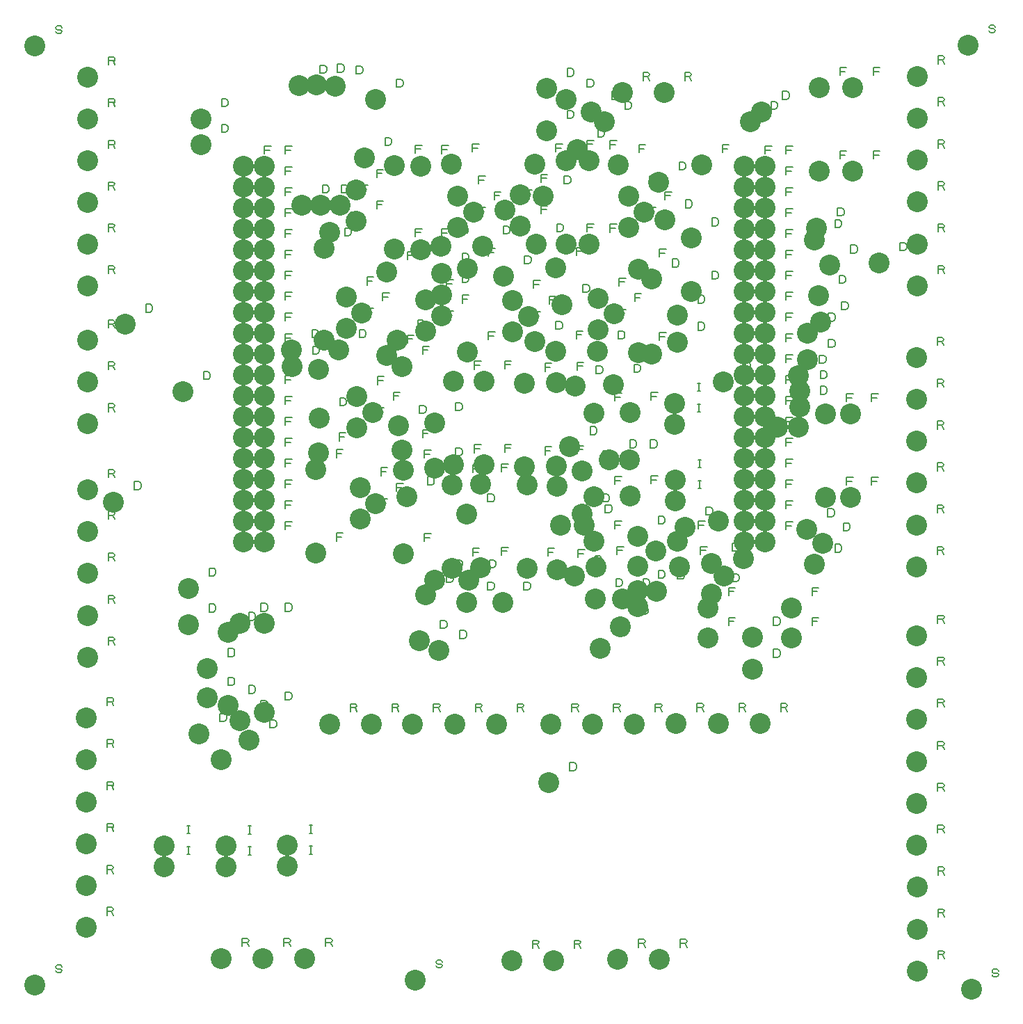
<source format=gbr>
G04 DesignSpark PCB Gerber Version 9.0 Build 5138 *
G04 #@! TF.Part,Single*
G04 #@! TF.FileFunction,Drillmap *
G04 #@! TF.FilePolarity,Positive *
%FSLAX35Y35*%
%MOIN*%
%ADD12C,0.00500*%
G04 #@! TA.AperFunction,ComponentPad*
%ADD18C,0.10000*%
X0Y0D02*
D02*
D12*
X21274Y17361D02*
X21586Y16736D01*
X22211Y16424*
X23461*
X24086Y16736*
X24399Y17361*
X24086Y17986*
X23461Y18299*
X22211*
X21586Y18611*
X21274Y19236*
X21586Y19861*
X22211Y20174*
X23461*
X24086Y19861*
X24399Y19236*
X21274Y467361D02*
X21586Y466736D01*
X22211Y466424*
X23461*
X24086Y466736*
X24399Y467361*
X24086Y467986*
X23461Y468299*
X22211*
X21586Y468611*
X21274Y469236*
X21586Y469861*
X22211Y470174*
X23461*
X24086Y469861*
X24399Y469236*
X45880Y43983D02*
Y47733D01*
X48067*
X48693Y47420*
X49005Y46795*
X48693Y46170*
X48067Y45858*
X45880*
X48067D02*
X49005Y43983D01*
X45880Y63983D02*
Y67733D01*
X48067*
X48693Y67420*
X49005Y66795*
X48693Y66170*
X48067Y65858*
X45880*
X48067D02*
X49005Y63983D01*
X45959Y84140D02*
Y87890D01*
X48146*
X48771Y87578*
X49084Y86953*
X48771Y86328*
X48146Y86015*
X45959*
X48146D02*
X49084Y84140D01*
X45959Y104140D02*
Y107890D01*
X48146*
X48771Y107578*
X49084Y106953*
X48771Y106328*
X48146Y106015*
X45959*
X48146D02*
X49084Y104140D01*
X45959Y124416D02*
Y128166D01*
X48146*
X48771Y127854*
X49084Y127228*
X48771Y126604*
X48146Y126291*
X45959*
X48146D02*
X49084Y124416D01*
X45959Y144416D02*
Y148166D01*
X48146*
X48771Y147854*
X49084Y147228*
X48771Y146604*
X48146Y146291*
X45959*
X48146D02*
X49084Y144416D01*
X46510Y213668D02*
Y217418D01*
X48697*
X49322Y217106*
X49635Y216480*
X49322Y215856*
X48697Y215543*
X46510*
X48697D02*
X49635Y213668D01*
X46510Y233746D02*
Y237496D01*
X48697*
X49322Y237184*
X49635Y236559*
X49322Y235934*
X48697Y235622*
X46510*
X48697D02*
X49635Y233746D01*
X46510Y253746D02*
Y257496D01*
X48697*
X49322Y257184*
X49635Y256559*
X49322Y255934*
X48697Y255622*
X46510*
X48697D02*
X49635Y253746D01*
X46510Y285321D02*
Y289071D01*
X48697*
X49322Y288759*
X49635Y288134*
X49322Y287509*
X48697Y287196*
X46510*
X48697D02*
X49635Y285321D01*
X46510Y305400D02*
Y309150D01*
X48697*
X49322Y308838*
X49635Y308213*
X49322Y307588*
X48697Y307275*
X46510*
X48697D02*
X49635Y305400D01*
X46510Y325400D02*
Y329150D01*
X48697*
X49322Y328838*
X49635Y328213*
X49322Y327588*
X48697Y327275*
X46510*
X48697D02*
X49635Y325400D01*
X46549Y173510D02*
Y177260D01*
X48737*
X49362Y176948*
X49674Y176323*
X49362Y175698*
X48737Y175385*
X46549*
X48737D02*
X49674Y173510D01*
X46549Y193510D02*
Y197260D01*
X48737*
X49362Y196948*
X49674Y196323*
X49362Y195698*
X48737Y195385*
X46549*
X48737D02*
X49674Y193510D01*
X46549Y351463D02*
Y355213D01*
X48737*
X49362Y354901*
X49674Y354276*
X49362Y353651*
X48737Y353338*
X46549*
X48737D02*
X49674Y351463D01*
X46549Y371542D02*
Y375292D01*
X48737*
X49362Y374980*
X49674Y374354*
X49362Y373730*
X48737Y373417*
X46549*
X48737D02*
X49674Y371542D01*
X46549Y391542D02*
Y395292D01*
X48737*
X49362Y394980*
X49674Y394354*
X49362Y393730*
X48737Y393417*
X46549*
X48737D02*
X49674Y391542D01*
X46628Y411384D02*
Y415134D01*
X48815*
X49441Y414822*
X49753Y414197*
X49441Y413572*
X48815Y413259*
X46628*
X48815D02*
X49753Y411384D01*
X46628Y431463D02*
Y435213D01*
X48815*
X49441Y434901*
X49753Y434276*
X49441Y433651*
X48815Y433338*
X46628*
X48815D02*
X49753Y431463D01*
X46628Y451463D02*
Y455213D01*
X48815*
X49441Y454901*
X49753Y454276*
X49441Y453651*
X48815Y453338*
X46628*
X48815D02*
X49753Y451463D01*
X59069Y247920D02*
Y251670D01*
X60944*
X61569Y251357*
X61881Y251045*
X62194Y250420*
Y249170*
X61881Y248545*
X61569Y248232*
X60944Y247920*
X59069*
X64581Y332959D02*
Y336709D01*
X66456*
X67081Y336397*
X67393Y336084*
X67706Y335459*
Y334209*
X67393Y333584*
X67081Y333272*
X66456Y332959*
X64581*
X84219Y73077D02*
X85469D01*
X84844D02*
Y76827D01*
X84219D02*
X85469D01*
X84219Y83077D02*
X85469D01*
X84844D02*
Y86827D01*
X84219D02*
X85469D01*
X92140Y300676D02*
Y304426D01*
X94015*
X94640Y304113*
X94952Y303801*
X95265Y303176*
Y301926*
X94952Y301301*
X94640Y300988*
X94015Y300676*
X92140*
X94896Y189258D02*
Y193008D01*
X96771*
X97396Y192696*
X97708Y192383*
X98021Y191758*
Y190508*
X97708Y189883*
X97396Y189571*
X96771Y189258*
X94896*
Y206581D02*
Y210331D01*
X96771*
X97396Y210019*
X97708Y209706*
X98021Y209081*
Y207831*
X97708Y207206*
X97396Y206894*
X96771Y206581*
X94896*
X100014Y136896D02*
Y140646D01*
X101889*
X102514Y140334*
X102826Y140021*
X103139Y139396*
Y138146*
X102826Y137521*
X102514Y137209*
X101889Y136896*
X100014*
X100801Y419180D02*
Y422930D01*
X102676*
X103301Y422617*
X103614Y422305*
X103926Y421680*
Y420430*
X103614Y419805*
X103301Y419492*
X102676Y419180*
X100801*
Y431384D02*
Y435134D01*
X102676*
X103301Y434822*
X103614Y434509*
X103926Y433884*
Y432634*
X103614Y432009*
X103301Y431697*
X102676Y431384*
X100801*
X103951Y154219D02*
Y157969D01*
X105826*
X106451Y157657*
X106763Y157344*
X107076Y156719*
Y155469*
X106763Y154844*
X106451Y154531*
X105826Y154219*
X103951*
Y167998D02*
Y171748D01*
X105826*
X106451Y171436*
X106763Y171124*
X107076Y170498*
Y169248*
X106763Y168624*
X106451Y168311*
X105826Y167998*
X103951*
X110644Y29022D02*
Y32772D01*
X112831*
X113456Y32460*
X113769Y31835*
X113456Y31210*
X112831Y30897*
X110644*
X112831D02*
X113769Y29022D01*
X110644Y124416D02*
Y128166D01*
X112519*
X113144Y127854*
X113456Y127541*
X113769Y126916*
Y125666*
X113456Y125041*
X113144Y124728*
X112519Y124416*
X110644*
X113746Y72998D02*
X114996D01*
X114372D02*
Y76748D01*
X113746D02*
X114996D01*
X113746Y82998D02*
X114996D01*
X114372D02*
Y86748D01*
X113746D02*
X114996D01*
X113793Y150282D02*
Y154032D01*
X115669*
X116293Y153720*
X116606Y153407*
X116919Y152782*
Y151532*
X116606Y150907*
X116293Y150594*
X115669Y150282*
X113793*
Y185321D02*
Y189071D01*
X115669*
X116293Y188759*
X116606Y188446*
X116919Y187821*
Y186571*
X116606Y185946*
X116293Y185634*
X115669Y185321*
X113793*
X119699Y143195D02*
Y146945D01*
X121574*
X122199Y146633*
X122511Y146320*
X122824Y145695*
Y144445*
X122511Y143820*
X122199Y143508*
X121574Y143195*
X119699*
Y189652D02*
Y193402D01*
X121574*
X122199Y193090*
X122511Y192777*
X122824Y192152*
Y190902*
X122511Y190277*
X122199Y189965*
X121574Y189652*
X119699*
X121392Y228786D02*
Y232536D01*
X124517*
X123892Y230661D02*
X121392D01*
Y238786D02*
Y242536D01*
X124517*
X123892Y240661D02*
X121392D01*
Y248786D02*
Y252536D01*
X124517*
X123892Y250661D02*
X121392D01*
Y258786D02*
Y262536D01*
X124517*
X123892Y260661D02*
X121392D01*
Y268786D02*
Y272536D01*
X124517*
X123892Y270661D02*
X121392D01*
Y278786D02*
Y282536D01*
X124517*
X123892Y280661D02*
X121392D01*
Y288786D02*
Y292536D01*
X124517*
X123892Y290661D02*
X121392D01*
Y298786D02*
Y302536D01*
X124517*
X123892Y300661D02*
X121392D01*
Y308786D02*
Y312536D01*
X124517*
X123892Y310661D02*
X121392D01*
Y318786D02*
Y322536D01*
X124517*
X123892Y320661D02*
X121392D01*
Y328786D02*
Y332536D01*
X124517*
X123892Y330661D02*
X121392D01*
Y338786D02*
Y342536D01*
X124517*
X123892Y340661D02*
X121392D01*
Y348786D02*
Y352536D01*
X124517*
X123892Y350661D02*
X121392D01*
Y358786D02*
Y362536D01*
X124517*
X123892Y360661D02*
X121392D01*
Y368786D02*
Y372536D01*
X124517*
X123892Y370661D02*
X121392D01*
Y378786D02*
Y382536D01*
X124517*
X123892Y380661D02*
X121392D01*
Y388786D02*
Y392536D01*
X124517*
X123892Y390661D02*
X121392D01*
Y398786D02*
Y402536D01*
X124517*
X123892Y400661D02*
X121392D01*
Y408786D02*
Y412536D01*
X124517*
X123892Y410661D02*
X121392D01*
X124030Y133746D02*
Y137496D01*
X125905*
X126530Y137184*
X126842Y136872*
X127155Y136246*
Y134996*
X126842Y134372*
X126530Y134059*
X125905Y133746*
X124030*
X130722Y29022D02*
Y32772D01*
X132910*
X133535Y32460*
X133848Y31835*
X133535Y31210*
X132910Y30897*
X130722*
X132910D02*
X133848Y29022D01*
X131392Y147132D02*
Y150882D01*
X133267*
X133892Y150570*
X134204Y150257*
X134517Y149632*
Y148382*
X134204Y147757*
X133892Y147445*
X133267Y147132*
X131392*
Y189652D02*
Y193402D01*
X133267*
X133892Y193090*
X134204Y192777*
X134517Y192152*
Y190902*
X134204Y190277*
X133892Y189965*
X133267Y189652*
X131392*
Y228786D02*
Y232536D01*
X134517*
X133892Y230661D02*
X131392D01*
Y238786D02*
Y242536D01*
X134517*
X133892Y240661D02*
X131392D01*
Y248786D02*
Y252536D01*
X134517*
X133892Y250661D02*
X131392D01*
Y258786D02*
Y262536D01*
X134517*
X133892Y260661D02*
X131392D01*
Y268786D02*
Y272536D01*
X134517*
X133892Y270661D02*
X131392D01*
Y278786D02*
Y282536D01*
X134517*
X133892Y280661D02*
X131392D01*
Y288786D02*
Y292536D01*
X134517*
X133892Y290661D02*
X131392D01*
Y298786D02*
Y302536D01*
X134517*
X133892Y300661D02*
X131392D01*
Y308786D02*
Y312536D01*
X134517*
X133892Y310661D02*
X131392D01*
Y318786D02*
Y322536D01*
X134517*
X133892Y320661D02*
X131392D01*
Y328786D02*
Y332536D01*
X134517*
X133892Y330661D02*
X131392D01*
Y338786D02*
Y342536D01*
X134517*
X133892Y340661D02*
X131392D01*
Y348786D02*
Y352536D01*
X134517*
X133892Y350661D02*
X131392D01*
Y358786D02*
Y362536D01*
X134517*
X133892Y360661D02*
X131392D01*
Y368786D02*
Y372536D01*
X134517*
X133892Y370661D02*
X131392D01*
Y378786D02*
Y382536D01*
X134517*
X133892Y380661D02*
X131392D01*
Y388786D02*
Y392536D01*
X134517*
X133892Y390661D02*
X131392D01*
Y398786D02*
Y402536D01*
X134517*
X133892Y400661D02*
X131392D01*
Y408786D02*
Y412536D01*
X134517*
X133892Y410661D02*
X131392D01*
X143077Y73313D02*
X144327D01*
X143702D02*
Y77063D01*
X143077D02*
X144327D01*
X143077Y83313D02*
X144327D01*
X143702D02*
Y87063D01*
X143077D02*
X144327D01*
X144108Y320754D02*
Y324504D01*
X145983*
X146608Y324192*
X146921Y323880*
X147233Y323254*
Y322004*
X146921Y321380*
X146608Y321067*
X145983Y320754*
X144108*
X144502Y312880D02*
Y316630D01*
X146377*
X147002Y316318*
X147315Y316006*
X147627Y315380*
Y314130*
X147315Y313506*
X147002Y313193*
X146377Y312880*
X144502*
X148045Y447526D02*
Y451276D01*
X149920*
X150545Y450964*
X150858Y450651*
X151170Y450026*
Y448776*
X150858Y448151*
X150545Y447839*
X149920Y447526*
X148045*
X149226Y390046D02*
Y393796D01*
X151102*
X151726Y393483*
X152039Y393171*
X152352Y392546*
Y391296*
X152039Y390671*
X151726Y390358*
X151102Y390046*
X149226*
X150722Y29022D02*
Y32772D01*
X152910*
X153535Y32460*
X153848Y31835*
X153535Y31210*
X152910Y30897*
X150722*
X152910D02*
X153848Y29022D01*
X155919Y223274D02*
Y227024D01*
X159044*
X158419Y225149D02*
X155919D01*
Y263274D02*
Y267024D01*
X159044*
X158419Y265149D02*
X155919D01*
X156313Y447920D02*
Y451670D01*
X158188*
X158813Y451357*
X159126Y451045*
X159438Y450420*
Y449170*
X159126Y448545*
X158813Y448232*
X158188Y447920*
X156313*
X157100Y271306D02*
Y275056D01*
X160226*
X159600Y273181D02*
X157100D01*
Y311306D02*
Y315056D01*
X160226*
X159600Y313181D02*
X157100D01*
X157494Y288077D02*
Y291827D01*
X159369*
X159994Y291515*
X160307Y291202*
X160619Y290577*
Y289327*
X160307Y288702*
X159994Y288390*
X159369Y288077*
X157494*
X158281Y390046D02*
Y393796D01*
X160157*
X160781Y393483*
X161094Y393171*
X161407Y392546*
Y391296*
X161094Y390671*
X160781Y390358*
X160157Y390046*
X158281*
X159856Y325479D02*
Y329229D01*
X161731*
X162356Y328917*
X162669Y328604*
X162981Y327979*
Y326729*
X162669Y326104*
X162356Y325791*
X161731Y325479*
X159856*
Y369573D02*
Y373323D01*
X161731*
X162356Y373011*
X162669Y372698*
X162981Y372073*
Y370823*
X162669Y370198*
X162356Y369886*
X161731Y369573*
X159856*
X162573Y141502D02*
Y145252D01*
X164760*
X165385Y144940*
X165698Y144315*
X165385Y143690*
X164760Y143378*
X162573*
X164760D02*
X165698Y141502D01*
X162612Y377054D02*
Y380804D01*
X164487*
X165112Y380491*
X165425Y380179*
X165737Y379554*
Y378304*
X165425Y377679*
X165112Y377366*
X164487Y377054*
X162612*
X165368Y447132D02*
Y450882D01*
X167243*
X167868Y450570*
X168181Y450257*
X168493Y449632*
Y448382*
X168181Y447757*
X167868Y447445*
X167243Y447132*
X165368*
X166943Y320754D02*
Y324504D01*
X168818*
X169443Y324192*
X169756Y323880*
X170068Y323254*
Y322004*
X169756Y321380*
X169443Y321067*
X168818Y320754*
X166943*
X167711Y390065D02*
Y393815D01*
X170836*
X170211Y391941D02*
X167711D01*
X170486Y330951D02*
Y334701D01*
X173611*
X172986Y332826D02*
X170486D01*
Y345951D02*
Y349701D01*
X173611*
X172986Y347826D02*
X170486D01*
X175211Y382565D02*
Y386315D01*
X178336*
X177711Y384441D02*
X175211D01*
Y397565D02*
Y401315D01*
X178336*
X177711Y399441D02*
X175211D01*
X175604Y283313D02*
Y287063D01*
X178730*
X178104Y285189D02*
X175604D01*
Y298313D02*
Y302063D01*
X178730*
X178104Y300189D02*
X175604D01*
X177179Y239613D02*
Y243363D01*
X180304*
X179679Y241488D02*
X177179D01*
Y254613D02*
Y258363D01*
X180304*
X179679Y256488D02*
X177179D01*
X177986Y338451D02*
Y342201D01*
X181111*
X180486Y340326D02*
X177986D01*
X179148Y412880D02*
Y416630D01*
X181023*
X181648Y416318*
X181960Y416006*
X182273Y415380*
Y414130*
X181960Y413506*
X181648Y413193*
X181023Y412880*
X179148*
X182573Y141502D02*
Y145252D01*
X184760*
X185385Y144940*
X185698Y144315*
X185385Y143690*
X184760Y143378*
X182573*
X184760D02*
X185698Y141502D01*
X183104Y290813D02*
Y294563D01*
X186230*
X185604Y292689D02*
X183104D01*
X184659Y440833D02*
Y444583D01*
X186535*
X187159Y444271*
X187472Y443958*
X187785Y443333*
Y442083*
X187472Y441458*
X187159Y441146*
X186535Y440833*
X184659*
X184679Y247113D02*
Y250863D01*
X187804*
X187179Y248988D02*
X184679D01*
X189778Y318156D02*
Y321906D01*
X192903*
X192278Y320031D02*
X189778D01*
Y358156D02*
Y361906D01*
X192903*
X192278Y360031D02*
X189778D01*
X193715Y369180D02*
Y372930D01*
X196840*
X196215Y371055D02*
X193715D01*
Y409180D02*
Y412930D01*
X196840*
X196215Y411055D02*
X193715D01*
X194896Y325479D02*
Y329229D01*
X196771*
X197396Y328917*
X197708Y328604*
X198021Y327979*
Y326729*
X197708Y326104*
X197396Y325791*
X196771Y325479*
X194896*
X195683Y284534D02*
Y288284D01*
X197558*
X198183Y287972*
X198496Y287659*
X198808Y287034*
Y285784*
X198496Y285159*
X198183Y284846*
X197558Y284534*
X195683*
X197258Y272880D02*
Y276630D01*
X200383*
X199758Y274756D02*
X197258D01*
Y312880D02*
Y316630D01*
X200383*
X199758Y314756D02*
X197258D01*
X198045Y223117D02*
Y226867D01*
X201170*
X200545Y224992D02*
X198045D01*
Y263117D02*
Y266867D01*
X201170*
X200545Y264992D02*
X198045D01*
X199620Y250282D02*
Y254032D01*
X201495*
X202120Y253720*
X202433Y253407*
X202745Y252782*
Y251532*
X202433Y250907*
X202120Y250594*
X201495Y250282*
X199620*
X202376Y141581D02*
Y145331D01*
X204563*
X205189Y145019*
X205501Y144394*
X205189Y143769*
X204563Y143456*
X202376*
X204563D02*
X205501Y141581D01*
X203557Y19724D02*
X203870Y19098D01*
X204494Y18786*
X205744*
X206370Y19098*
X206682Y19724*
X206370Y20348*
X205744Y20661*
X204494*
X203870Y20974*
X203557Y21598*
X203870Y22224*
X204494Y22536*
X205744*
X206370Y22224*
X206682Y21598*
X205644Y181384D02*
Y185134D01*
X207519*
X208144Y184822*
X208456Y184509*
X208769Y183884*
Y182634*
X208456Y182009*
X208144Y181697*
X207519Y181384*
X205644*
X206313Y368924D02*
Y372674D01*
X209438*
X208813Y370799D02*
X206313D01*
Y408924D02*
Y412674D01*
X209438*
X208813Y410799D02*
X206313D01*
X208675Y203431D02*
Y207181D01*
X210550*
X211175Y206869*
X211488Y206557*
X211800Y205931*
Y204681*
X211488Y204057*
X211175Y203744*
X210550Y203431*
X208675*
Y329770D02*
Y333520D01*
X211800*
X211175Y331645D02*
X208675D01*
Y344770D02*
Y348520D01*
X211800*
X211175Y346645D02*
X208675D01*
X213006Y210518D02*
Y214268D01*
X214881*
X215506Y213956*
X215819Y213643*
X216131Y213018*
Y211768*
X215819Y211143*
X215506Y210831*
X214881Y210518*
X213006*
Y264061D02*
Y267811D01*
X214881*
X215506Y267499*
X215819Y267187*
X216131Y266561*
Y265311*
X215819Y264687*
X215506Y264374*
X214881Y264061*
X213006*
Y285715D02*
Y289465D01*
X214881*
X215506Y289153*
X215819Y288840*
X216131Y288215*
Y286965*
X215819Y286340*
X215506Y286028*
X214881Y285715*
X213006*
X214974Y176660D02*
Y180410D01*
X216850*
X217474Y180098*
X217787Y179785*
X218100Y179160*
Y177910*
X217787Y177285*
X217474Y176972*
X216850Y176660*
X214974*
X215762Y370361D02*
Y374111D01*
X217637*
X218262Y373798*
X218574Y373486*
X218887Y372861*
Y371611*
X218574Y370986*
X218262Y370673*
X217637Y370361*
X215762*
X216156Y347132D02*
Y350882D01*
X218031*
X218656Y350570*
X218968Y350257*
X219281Y349632*
Y348382*
X218968Y347757*
X218656Y347445*
X218031Y347132*
X216156*
Y357369D02*
Y361119D01*
X218031*
X218656Y360806*
X218968Y360494*
X219281Y359869*
Y358619*
X218968Y357994*
X218656Y357681*
X218031Y357369*
X216156*
X216175Y337270D02*
Y341020D01*
X219300*
X218675Y339145D02*
X216175D01*
X221037Y409731D02*
Y413481D01*
X224163*
X223537Y411606D02*
X221037D01*
X221274Y216030D02*
Y219780D01*
X224399*
X223774Y217905D02*
X221274D01*
Y256030D02*
Y259780D01*
X224399*
X223774Y257905D02*
X221274D01*
X222061Y265636D02*
Y269386D01*
X225186*
X224561Y267511D02*
X222061D01*
Y305636D02*
Y309386D01*
X225186*
X224561Y307511D02*
X222061D01*
X222455Y141581D02*
Y145331D01*
X224642*
X225267Y145019*
X225580Y144394*
X225267Y143769*
X224642Y143456*
X222455*
X224642D02*
X225580Y141581D01*
X224030Y379376D02*
Y383126D01*
X227155*
X226530Y381252D02*
X224030D01*
Y394376D02*
Y398126D01*
X227155*
X226530Y396252D02*
X224030D01*
X228360Y199888D02*
Y203638D01*
X230235*
X230860Y203326*
X231173Y203013*
X231485Y202388*
Y201138*
X231173Y200513*
X230860Y200201*
X230235Y199888*
X228360*
Y242014D02*
Y245764D01*
X230235*
X230860Y245452*
X231173Y245139*
X231485Y244514*
Y243264*
X231173Y242639*
X230860Y242327*
X230235Y242014*
X228360*
X228754Y319731D02*
Y323481D01*
X231879*
X231254Y321606D02*
X228754D01*
Y359731D02*
Y363481D01*
X231879*
X231254Y361606D02*
X228754D01*
X229148Y210518D02*
Y214268D01*
X231023*
X231648Y213956*
X231960Y213643*
X232273Y213018*
Y211768*
X231960Y211143*
X231648Y210831*
X231023Y210518*
X229148*
X231530Y386876D02*
Y390626D01*
X234655*
X234030Y388752D02*
X231530D01*
X235053Y216581D02*
Y220331D01*
X238178*
X237553Y218456D02*
X235053D01*
Y256581D02*
Y260331D01*
X238178*
X237553Y258456D02*
X235053D01*
X235841Y370361D02*
Y374111D01*
X237716*
X238341Y373798*
X238653Y373486*
X238966Y372861*
Y371611*
X238653Y370986*
X238341Y370673*
X237716Y370361*
X235841*
X236628Y265794D02*
Y269544D01*
X239753*
X239128Y267669D02*
X236628D01*
Y305794D02*
Y309544D01*
X239753*
X239128Y307669D02*
X236628D01*
X242455Y141581D02*
Y145331D01*
X244642*
X245267Y145019*
X245580Y144394*
X245267Y143769*
X244642Y143456*
X242455*
X244642D02*
X245580Y141581D01*
X245683Y199888D02*
Y203638D01*
X247558*
X248183Y203326*
X248496Y203013*
X248808Y202388*
Y201138*
X248496Y200513*
X248183Y200201*
X247558Y199888*
X245683*
X246077Y356187D02*
Y359937D01*
X247952*
X248577Y359625*
X248889Y359313*
X249202Y358687*
Y357437*
X248889Y356813*
X248577Y356500*
X247952Y356187*
X246077*
X246451Y387703D02*
Y391453D01*
X249576*
X248951Y389578D02*
X246451D01*
X249896Y28195D02*
Y31945D01*
X252083*
X252708Y31633*
X253021Y31008*
X252708Y30383*
X252083Y30070*
X249896*
X252083D02*
X253021Y28195D01*
X250407Y329376D02*
Y333126D01*
X253533*
X252907Y331252D02*
X250407D01*
Y344376D02*
Y348126D01*
X253533*
X252907Y346252D02*
X250407D01*
X253951Y380203D02*
Y383953D01*
X257076*
X256451Y382078D02*
X253951D01*
Y395203D02*
Y398953D01*
X257076*
X256451Y397078D02*
X253951D01*
X255919Y264613D02*
Y268363D01*
X259044*
X258419Y266488D02*
X255919D01*
Y304613D02*
Y308363D01*
X259044*
X258419Y306488D02*
X255919D01*
X257100Y216030D02*
Y219780D01*
X260226*
X259600Y217905D02*
X257100D01*
Y256030D02*
Y259780D01*
X260226*
X259600Y257905D02*
X257100D01*
X257907Y336876D02*
Y340626D01*
X261033*
X260407Y338752D02*
X257907D01*
X261037Y324691D02*
Y328441D01*
X262913*
X263537Y328129*
X263850Y327817*
X264163Y327191*
Y325941*
X263850Y325317*
X263537Y325004*
X262913Y324691*
X261037*
Y409731D02*
Y413481D01*
X264163*
X263537Y411606D02*
X261037D01*
X261431Y371542D02*
Y375292D01*
X263306*
X263931Y374980*
X264244Y374667*
X264556Y374042*
Y372792*
X264244Y372167*
X263931Y371854*
X263306Y371542*
X261431*
X264974Y394376D02*
Y398126D01*
X266850*
X267474Y397814*
X267787Y397502*
X268100Y396876*
Y395626*
X267787Y395002*
X267474Y394689*
X266850Y394376*
X264974*
X266549Y425872D02*
Y429622D01*
X268424*
X269049Y429310*
X269362Y428998*
X269674Y428372*
Y427122*
X269362Y426498*
X269049Y426185*
X268424Y425872*
X266549*
Y445951D02*
Y449701D01*
X268424*
X269049Y449389*
X269362Y449076*
X269674Y448451*
Y447201*
X269362Y446576*
X269049Y446264*
X268424Y445951*
X266549*
X267730Y113274D02*
Y117024D01*
X269606*
X270230Y116712*
X270543Y116399*
X270856Y115774*
Y114524*
X270543Y113899*
X270230Y113587*
X269606Y113274*
X267730*
X268636Y141581D02*
Y145331D01*
X270823*
X271448Y145019*
X271761Y144394*
X271448Y143769*
X270823Y143456*
X268636*
X270823D02*
X271761Y141581D01*
X269896Y28195D02*
Y31945D01*
X272083*
X272708Y31633*
X273021Y31008*
X272708Y30383*
X272083Y30070*
X269896*
X272083D02*
X273021Y28195D01*
X270880Y320124D02*
Y323874D01*
X274005*
X273380Y322000D02*
X270880D01*
Y360124D02*
Y363874D01*
X274005*
X273380Y362000D02*
X270880D01*
X271274Y265243D02*
Y268993D01*
X274399*
X273774Y267118D02*
X271274D01*
Y305243D02*
Y308993D01*
X274399*
X273774Y307118D02*
X271274D01*
X271667Y215400D02*
Y219150D01*
X274793*
X274167Y217275D02*
X271667D01*
Y255400D02*
Y259150D01*
X274793*
X274167Y257275D02*
X271667D01*
X273242Y236896D02*
Y240646D01*
X275117*
X275742Y240334*
X276055Y240021*
X276367Y239396*
Y238146*
X276055Y237521*
X275742Y237209*
X275117Y236896*
X273242*
X274030Y342408D02*
Y346158D01*
X275905*
X276530Y345846*
X276842Y345533*
X277155Y344908*
Y343658*
X276842Y343033*
X276530Y342720*
X275905Y342408*
X274030*
X275998Y371542D02*
Y375292D01*
X279123*
X278498Y373417D02*
X275998D01*
Y411542D02*
Y415292D01*
X279123*
X278498Y413417D02*
X275998D01*
Y440833D02*
Y444583D01*
X277873*
X278498Y444271*
X278811Y443958*
X279123Y443333*
Y442083*
X278811Y441458*
X278498Y441146*
X277873Y440833*
X275998*
X277573Y274298D02*
Y278048D01*
X279448*
X280073Y277735*
X280385Y277423*
X280698Y276798*
Y275548*
X280385Y274923*
X280073Y274610*
X279448Y274298*
X277573*
X279935Y212487D02*
Y216237D01*
X281810*
X282435Y215924*
X282748Y215612*
X283060Y214987*
Y213737*
X282748Y213112*
X282435Y212799*
X281810Y212487*
X279935*
X280329Y303431D02*
Y307181D01*
X282204*
X282829Y306869*
X283141Y306557*
X283454Y305931*
Y304681*
X283141Y304057*
X282829Y303744*
X282204Y303431*
X280329*
X281116Y416817D02*
Y420567D01*
X282991*
X283616Y420255*
X283929Y419943*
X284241Y419317*
Y418067*
X283929Y417443*
X283616Y417130*
X282991Y416817*
X281116*
X283478Y242014D02*
Y245764D01*
X285354*
X285978Y245452*
X286291Y245139*
X286604Y244514*
Y243264*
X286291Y242639*
X285978Y242327*
X285354Y242014*
X283478*
Y262880D02*
Y266630D01*
X285354*
X285978Y266318*
X286291Y266006*
X286604Y265380*
Y264130*
X286291Y263506*
X285978Y263193*
X285354Y262880*
X283478*
X284659Y236896D02*
Y240646D01*
X286535*
X287159Y240334*
X287472Y240021*
X287785Y239396*
Y238146*
X287472Y237521*
X287159Y237209*
X286535Y236896*
X284659*
X287022Y371306D02*
Y375056D01*
X290147*
X289522Y373181D02*
X287022D01*
Y411306D02*
Y415056D01*
X290147*
X289522Y413181D02*
X287022D01*
X287809Y434928D02*
Y438678D01*
X289684*
X290309Y438365*
X290622Y438053*
X290934Y437428*
Y436178*
X290622Y435553*
X290309Y435240*
X289684Y434928*
X287809*
X288715Y141581D02*
Y145331D01*
X290902*
X291527Y145019*
X291840Y144394*
X291527Y143769*
X290902Y143456*
X288715*
X290902D02*
X291840Y141581D01*
X289384Y229022D02*
Y232772D01*
X292509*
X291884Y230897D02*
X289384D01*
Y250439D02*
Y254189D01*
X292509*
X291884Y252315D02*
X289384D01*
Y290439D02*
Y294189D01*
X292509*
X291884Y292315D02*
X289384D01*
X289778Y201463D02*
Y205213D01*
X291653*
X292278Y204901*
X292590Y204588*
X292903Y203963*
Y202713*
X292590Y202088*
X292278Y201776*
X291653Y201463*
X289778*
X290329Y216817D02*
Y220567D01*
X293454*
X292829Y218693D02*
X290329D01*
X290959Y320124D02*
Y323874D01*
X292834*
X293459Y323562*
X293771Y323250*
X294084Y322624*
Y321374*
X293771Y320750*
X293459Y320437*
X292834Y320124*
X290959*
X291352Y330557D02*
Y334307D01*
X294478*
X293852Y332433D02*
X291352D01*
Y345557D02*
Y349307D01*
X294478*
X293852Y347433D02*
X291352D01*
X292140Y177841D02*
Y181591D01*
X294015*
X294640Y181279*
X294952Y180966*
X295265Y180341*
Y179091*
X294952Y178466*
X294640Y178154*
X294015Y177841*
X292140*
X294108Y430203D02*
Y433953D01*
X295983*
X296608Y433641*
X296921Y433328*
X297233Y432703*
Y431453*
X296921Y430828*
X296608Y430516*
X295983Y430203*
X294108*
X296470Y267998D02*
Y271748D01*
X298346*
X298970Y271436*
X299283Y271124*
X299596Y270498*
Y269248*
X299283Y268624*
X298970Y268311*
X298346Y267998*
X296470*
X298439Y304219D02*
Y307969D01*
X300314*
X300939Y307657*
X301252Y307344*
X301564Y306719*
Y305469*
X301252Y304844*
X300939Y304531*
X300314Y304219*
X298439*
X298852Y338057D02*
Y341807D01*
X301978*
X301352Y339933D02*
X298852D01*
X300683Y28628D02*
Y32378D01*
X302870*
X303496Y32066*
X303808Y31441*
X303496Y30816*
X302870Y30504*
X300683*
X302870D02*
X303808Y28628D01*
X300801Y409337D02*
Y413087D01*
X303926*
X303301Y411212D02*
X300801D01*
X301982Y188077D02*
Y191827D01*
X303857*
X304482Y191515*
X304795Y191202*
X305107Y190577*
Y189327*
X304795Y188702*
X304482Y188390*
X303857Y188077*
X301982*
X302770Y201463D02*
Y205213D01*
X304645*
X305270Y204901*
X305582Y204588*
X305895Y203963*
Y202713*
X305582Y202088*
X305270Y201776*
X304645Y201463*
X302770*
X302848Y443983D02*
Y447733D01*
X305036*
X305661Y447420*
X305974Y446795*
X305661Y446170*
X305036Y445858*
X302848*
X305036D02*
X305974Y443983D01*
X305919Y379376D02*
Y383126D01*
X309044*
X308419Y381252D02*
X305919D01*
Y394376D02*
Y398126D01*
X309044*
X308419Y396252D02*
X305919D01*
X306313Y267998D02*
Y271748D01*
X308188*
X308813Y271436*
X309126Y271124*
X309438Y270498*
Y269248*
X309126Y268624*
X308813Y268311*
X308188Y267998*
X306313*
X306707Y250676D02*
Y254426D01*
X309832*
X309207Y252551D02*
X306707D01*
Y290676D02*
Y294426D01*
X309832*
X309207Y292551D02*
X306707D01*
X308715Y141581D02*
Y145331D01*
X310902*
X311527Y145019*
X311840Y144394*
X311527Y143769*
X310902Y143456*
X308715*
X310902D02*
X311840Y141581D01*
X310250Y197920D02*
Y201670D01*
X312125*
X312750Y201357*
X313063Y201045*
X313375Y200420*
Y199170*
X313063Y198545*
X312750Y198232*
X312125Y197920*
X310250*
Y205400D02*
Y209150D01*
X312125*
X312750Y208838*
X313063Y208525*
X313375Y207900*
Y206650*
X313063Y206025*
X312750Y205713*
X312125Y205400*
X310250*
Y217211D02*
Y220961D01*
X312125*
X312750Y220649*
X313063Y220336*
X313375Y219711*
Y218461*
X313063Y217836*
X312750Y217524*
X312125Y217211*
X310250*
Y231384D02*
Y235134D01*
X312125*
X312750Y234822*
X313063Y234509*
X313375Y233884*
Y232634*
X313063Y232009*
X312750Y231697*
X312125Y231384*
X310250*
X310644Y319337D02*
Y323087D01*
X313769*
X313144Y321212D02*
X310644D01*
Y359337D02*
Y363087D01*
X313769*
X313144Y361212D02*
X310644D01*
X313419Y386876D02*
Y390626D01*
X316544*
X315919Y388752D02*
X313419D01*
X316943Y318786D02*
Y322536D01*
X318818*
X319443Y322224*
X319756Y321911*
X320068Y321286*
Y320036*
X319756Y319411*
X319443Y319098*
X318818Y318786*
X316943*
Y354613D02*
Y358363D01*
X318818*
X319443Y358050*
X319756Y357738*
X320068Y357113*
Y355863*
X319756Y355238*
X319443Y354925*
X318818Y354613*
X316943*
X318911Y224298D02*
Y228048D01*
X320787*
X321411Y227735*
X321724Y227423*
X322037Y226798*
Y225548*
X321724Y224923*
X321411Y224610*
X320787Y224298*
X318911*
X319305Y205006D02*
Y208756D01*
X321180*
X321805Y208444*
X322118Y208131*
X322430Y207506*
Y206256*
X322118Y205631*
X321805Y205319*
X321180Y205006*
X319305*
X320093Y401069D02*
Y404819D01*
X321968*
X322593Y404507*
X322905Y404194*
X323218Y403569*
Y402319*
X322905Y401694*
X322593Y401382*
X321968Y401069*
X320093*
X320683Y28628D02*
Y32378D01*
X322870*
X323496Y32066*
X323808Y31441*
X323496Y30816*
X322870Y30504*
X320683*
X322870D02*
X323808Y28628D01*
X322848Y443983D02*
Y447733D01*
X325036*
X325661Y447420*
X325974Y446795*
X325661Y446170*
X325036Y445858*
X322848*
X325036D02*
X325974Y443983D01*
X323242Y382959D02*
Y386709D01*
X325117*
X325742Y386397*
X326055Y386084*
X326367Y385459*
Y384209*
X326055Y383584*
X325742Y383272*
X325117Y382959*
X323242*
X328904Y285164D02*
X330154D01*
X329529D02*
Y288914D01*
X328904D02*
X330154D01*
X328904Y295164D02*
X330154D01*
X329529D02*
Y298914D01*
X328904D02*
X330154D01*
X329298Y248550D02*
X330548D01*
X329923D02*
Y252300D01*
X329298D02*
X330548D01*
X329298Y258550D02*
X330548D01*
X329923D02*
Y262300D01*
X329298D02*
X330548D01*
X328754Y141620D02*
Y145370D01*
X330941*
X331567Y145058*
X331879Y144433*
X331567Y143808*
X330941Y143496*
X328754*
X330941D02*
X331879Y141620D01*
X329148Y324298D02*
Y328048D01*
X331023*
X331648Y327735*
X331960Y327423*
X332273Y326798*
Y325548*
X331960Y324923*
X331648Y324610*
X331023Y324298*
X329148*
Y337290D02*
Y341040D01*
X331023*
X331648Y340728*
X331960Y340415*
X332273Y339790*
Y338540*
X331960Y337915*
X331648Y337602*
X331023Y337290*
X329148*
X329384Y229022D02*
Y232772D01*
X332509*
X331884Y230897D02*
X329384D01*
X330329Y216817D02*
Y220567D01*
X333454*
X332829Y218693D02*
X330329D01*
X333085Y235715D02*
Y239465D01*
X334960*
X335585Y239153*
X335897Y238840*
X336210Y238215*
Y236965*
X335897Y236340*
X335585Y236028*
X334960Y235715*
X333085*
X335841Y348707D02*
Y352457D01*
X337716*
X338341Y352145*
X338653Y351832*
X338966Y351207*
Y349957*
X338653Y349332*
X338341Y349020*
X337716Y348707*
X335841*
Y374298D02*
Y378048D01*
X337716*
X338341Y377735*
X338653Y377423*
X338966Y376798*
Y375548*
X338653Y374923*
X338341Y374610*
X337716Y374298*
X335841*
X340801Y409337D02*
Y413087D01*
X343926*
X343301Y411212D02*
X340801D01*
X343872Y182841D02*
Y186591D01*
X346997*
X346372Y184716D02*
X343872D01*
X343911Y197172D02*
Y200922D01*
X347037*
X346411Y199047D02*
X343911D01*
X345683Y203825D02*
Y207575D01*
X347558*
X348183Y207263*
X348496Y206950*
X348808Y206325*
Y205075*
X348496Y204450*
X348183Y204138*
X347558Y203825*
X345683*
Y218392D02*
Y222142D01*
X347558*
X348183Y221830*
X348496Y221517*
X348808Y220892*
Y219642*
X348496Y219017*
X348183Y218705*
X347558Y218392*
X345683*
X348833Y141620D02*
Y145370D01*
X351020*
X351645Y145058*
X351958Y144433*
X351645Y143808*
X351020Y143496*
X348833*
X351020D02*
X351958Y141620D01*
X348833Y238865D02*
Y242615D01*
X350708*
X351333Y242302*
X351645Y241990*
X351958Y241365*
Y240115*
X351645Y239490*
X351333Y239177*
X350708Y238865*
X348833*
X351195Y305400D02*
Y309150D01*
X353070*
X353695Y308838*
X354007Y308525*
X354320Y307900*
Y306650*
X354007Y306025*
X353695Y305713*
X353070Y305400*
X351195*
X351589Y212487D02*
Y216237D01*
X353464*
X354089Y215924*
X354401Y215612*
X354714Y214987*
Y213737*
X354401Y213112*
X354089Y212799*
X353464Y212487*
X351589*
X361037Y220754D02*
Y224504D01*
X362913*
X363537Y224192*
X363850Y223880*
X364163Y223254*
Y222004*
X363850Y221380*
X363537Y221067*
X362913Y220754*
X361037*
X361392Y228786D02*
Y232536D01*
X364517*
X363892Y230661D02*
X361392D01*
Y238786D02*
Y242536D01*
X364517*
X363892Y240661D02*
X361392D01*
Y248786D02*
Y252536D01*
X364517*
X363892Y250661D02*
X361392D01*
Y258786D02*
Y262536D01*
X364517*
X363892Y260661D02*
X361392D01*
Y268786D02*
Y272536D01*
X364517*
X363892Y270661D02*
X361392D01*
Y278786D02*
Y282536D01*
X364517*
X363892Y280661D02*
X361392D01*
Y288786D02*
Y292536D01*
X364517*
X363892Y290661D02*
X361392D01*
Y298786D02*
Y302536D01*
X364517*
X363892Y300661D02*
X361392D01*
Y308786D02*
Y312536D01*
X364517*
X363892Y310661D02*
X361392D01*
Y318786D02*
Y322536D01*
X364517*
X363892Y320661D02*
X361392D01*
Y328786D02*
Y332536D01*
X364517*
X363892Y330661D02*
X361392D01*
Y338786D02*
Y342536D01*
X364517*
X363892Y340661D02*
X361392D01*
Y348786D02*
Y352536D01*
X364517*
X363892Y350661D02*
X361392D01*
Y358786D02*
Y362536D01*
X364517*
X363892Y360661D02*
X361392D01*
Y368786D02*
Y372536D01*
X364517*
X363892Y370661D02*
X361392D01*
Y378786D02*
Y382536D01*
X364517*
X363892Y380661D02*
X361392D01*
Y388786D02*
Y392536D01*
X364517*
X363892Y390661D02*
X361392D01*
Y398786D02*
Y402536D01*
X364517*
X363892Y400661D02*
X361392D01*
Y408786D02*
Y412536D01*
X364517*
X363892Y410661D02*
X361392D01*
X364187Y430203D02*
Y433953D01*
X366062*
X366687Y433641*
X367000Y433328*
X367312Y432703*
Y431453*
X367000Y430828*
X366687Y430516*
X366062Y430203*
X364187*
X365368Y167605D02*
Y171355D01*
X367243*
X367868Y171043*
X368181Y170730*
X368493Y170105*
Y168855*
X368181Y168230*
X367868Y167917*
X367243Y167605*
X365368*
Y182959D02*
Y186709D01*
X367243*
X367868Y186397*
X368181Y186084*
X368493Y185459*
Y184209*
X368181Y183584*
X367868Y183272*
X367243Y182959*
X365368*
X368833Y141620D02*
Y145370D01*
X371020*
X371645Y145058*
X371958Y144433*
X371645Y143808*
X371020Y143496*
X368833*
X371020D02*
X371958Y141620D01*
X369699Y434928D02*
Y438678D01*
X371574*
X372199Y438365*
X372511Y438053*
X372824Y437428*
Y436178*
X372511Y435553*
X372199Y435240*
X371574Y434928*
X369699*
X371392Y228786D02*
Y232536D01*
X374517*
X373892Y230661D02*
X371392D01*
Y238786D02*
Y242536D01*
X374517*
X373892Y240661D02*
X371392D01*
Y248786D02*
Y252536D01*
X374517*
X373892Y250661D02*
X371392D01*
Y258786D02*
Y262536D01*
X374517*
X373892Y260661D02*
X371392D01*
Y268786D02*
Y272536D01*
X374517*
X373892Y270661D02*
X371392D01*
Y278786D02*
Y282536D01*
X374517*
X373892Y280661D02*
X371392D01*
Y288786D02*
Y292536D01*
X374517*
X373892Y290661D02*
X371392D01*
Y298786D02*
Y302536D01*
X374517*
X373892Y300661D02*
X371392D01*
Y308786D02*
Y312536D01*
X374517*
X373892Y310661D02*
X371392D01*
Y318786D02*
Y322536D01*
X374517*
X373892Y320661D02*
X371392D01*
Y328786D02*
Y332536D01*
X374517*
X373892Y330661D02*
X371392D01*
Y338786D02*
Y342536D01*
X374517*
X373892Y340661D02*
X371392D01*
Y348786D02*
Y352536D01*
X374517*
X373892Y350661D02*
X371392D01*
Y358786D02*
Y362536D01*
X374517*
X373892Y360661D02*
X371392D01*
Y368786D02*
Y372536D01*
X374517*
X373892Y370661D02*
X371392D01*
Y378786D02*
Y382536D01*
X374517*
X373892Y380661D02*
X371392D01*
Y388786D02*
Y392536D01*
X374517*
X373892Y390661D02*
X371392D01*
Y398786D02*
Y402536D01*
X374517*
X373892Y400661D02*
X371392D01*
Y408786D02*
Y412536D01*
X374517*
X373892Y410661D02*
X371392D01*
X377179Y283746D02*
Y287496D01*
X379054*
X379679Y287184*
X379992Y286872*
X380304Y286246*
Y284996*
X379992Y284372*
X379679Y284059*
X379054Y283746*
X377179*
X383872Y182841D02*
Y186591D01*
X386997*
X386372Y184716D02*
X383872D01*
X383911Y197172D02*
Y200922D01*
X387037*
X386411Y199047D02*
X383911D01*
X387415Y283746D02*
Y287496D01*
X389291*
X389915Y287184*
X390228Y286872*
X390541Y286246*
Y284996*
X390228Y284372*
X389915Y284059*
X389291Y283746*
X387415*
Y308550D02*
Y312300D01*
X389291*
X389915Y311987*
X390228Y311675*
X390541Y311050*
Y309800*
X390228Y309175*
X389915Y308862*
X389291Y308550*
X387415*
X387809Y293589D02*
Y297339D01*
X389684*
X390309Y297027*
X390622Y296714*
X390934Y296089*
Y294839*
X390622Y294214*
X390309Y293902*
X389684Y293589*
X387809*
Y301069D02*
Y304819D01*
X389684*
X390309Y304507*
X390622Y304194*
X390934Y303569*
Y302319*
X390622Y301694*
X390309Y301382*
X389684Y301069*
X387809*
X391352Y234928D02*
Y238678D01*
X393228*
X393852Y238365*
X394165Y238053*
X394478Y237428*
Y236178*
X394165Y235553*
X393852Y235240*
X393228Y234928*
X391352*
X391746Y316030D02*
Y319780D01*
X393621*
X394246Y319468*
X394559Y319155*
X394871Y318530*
Y317280*
X394559Y316655*
X394246Y316343*
X393621Y316030*
X391746*
Y328628D02*
Y332378D01*
X393621*
X394246Y332066*
X394559Y331754*
X394871Y331128*
Y329878*
X394559Y329254*
X394246Y328941*
X393621Y328628*
X391746*
X394896Y217998D02*
Y221748D01*
X396771*
X397396Y221436*
X397708Y221124*
X398021Y220498*
Y219248*
X397708Y218624*
X397396Y218311*
X396771Y217998*
X394896*
Y373510D02*
Y377260D01*
X396771*
X397396Y376948*
X397708Y376635*
X398021Y376010*
Y374760*
X397708Y374135*
X397396Y373823*
X396771Y373510*
X394896*
X396077Y379022D02*
Y382772D01*
X397952*
X398577Y382460*
X398889Y382147*
X399202Y381522*
Y380272*
X398889Y379647*
X398577Y379335*
X397952Y379022*
X396077*
X396864Y346739D02*
Y350489D01*
X398739*
X399364Y350176*
X399677Y349864*
X399989Y349239*
Y347989*
X399677Y347364*
X399364Y347051*
X398739Y346739*
X396864*
X397258Y406345D02*
Y410095D01*
X400383*
X399758Y408220D02*
X397258D01*
Y446345D02*
Y450095D01*
X400383*
X399758Y448220D02*
X397258D01*
X398045Y334140D02*
Y337890D01*
X399920*
X400545Y337578*
X400858Y337265*
X401170Y336640*
Y335390*
X400858Y334765*
X400545Y334453*
X399920Y334140*
X398045*
X398833Y228235D02*
Y231985D01*
X400708*
X401333Y231672*
X401645Y231360*
X401958Y230735*
Y229485*
X401645Y228860*
X401333Y228547*
X400708Y228235*
X398833*
X400407Y250085D02*
Y253835D01*
X403533*
X402907Y251960D02*
X400407D01*
Y290085D02*
Y293835D01*
X403533*
X402907Y291960D02*
X400407D01*
X402376Y361306D02*
Y365056D01*
X404251*
X404876Y364743*
X405189Y364431*
X405501Y363806*
Y362556*
X405189Y361931*
X404876Y361618*
X404251Y361306*
X402376*
X412415Y250085D02*
Y253835D01*
X415541*
X414915Y251960D02*
X412415D01*
Y290085D02*
Y293835D01*
X415541*
X414915Y291960D02*
X412415D01*
X413281Y406345D02*
Y410095D01*
X416407*
X415781Y408220D02*
X413281D01*
Y446345D02*
Y450095D01*
X416407*
X415781Y448220D02*
X413281D01*
X425998Y362487D02*
Y366237D01*
X427873*
X428498Y365924*
X428811Y365612*
X429123Y364987*
Y363737*
X428811Y363112*
X428498Y362799*
X427873Y362487*
X425998*
X443833Y256975D02*
Y260725D01*
X446020*
X446645Y260413*
X446958Y259787*
X446645Y259163*
X446020Y258850*
X443833*
X446020D02*
X446958Y256975D01*
X443833Y276975D02*
Y280725D01*
X446020*
X446645Y280413*
X446958Y279787*
X446645Y279163*
X446020Y278850*
X443833*
X446020D02*
X446958Y276975D01*
X443833Y297054D02*
Y300804D01*
X446020*
X446645Y300491*
X446958Y299866*
X446645Y299241*
X446020Y298929*
X443833*
X446020D02*
X446958Y297054D01*
X443833Y317054D02*
Y320804D01*
X446020*
X446645Y320491*
X446958Y319866*
X446645Y319241*
X446020Y318929*
X443833*
X446020D02*
X446958Y317054D01*
X443872Y216817D02*
Y220567D01*
X446059*
X446685Y220255*
X446997Y219630*
X446685Y219005*
X446059Y218693*
X443872*
X446059D02*
X446997Y216817D01*
X443872Y236817D02*
Y240567D01*
X446059*
X446685Y240255*
X446997Y239630*
X446685Y239005*
X446059Y238693*
X443872*
X446059D02*
X446997Y236817D01*
X444069Y83353D02*
Y87103D01*
X446256*
X446881Y86791*
X447194Y86165*
X446881Y85541*
X446256Y85228*
X444069*
X446256D02*
X447194Y83353D01*
X444069Y103431D02*
Y107181D01*
X446256*
X446881Y106869*
X447194Y106244*
X446881Y105619*
X446256Y105307*
X444069*
X446256D02*
X447194Y103431D01*
X444069Y123431D02*
Y127181D01*
X446256*
X446881Y126869*
X447194Y126244*
X446881Y125619*
X446256Y125307*
X444069*
X446256D02*
X447194Y123431D01*
X444069Y143825D02*
Y147575D01*
X446256*
X446881Y147263*
X447194Y146638*
X446881Y146013*
X446256Y145700*
X444069*
X446256D02*
X447194Y143825D01*
X444069Y163904D02*
Y167654D01*
X446256*
X446881Y167342*
X447194Y166717*
X446881Y166092*
X446256Y165779*
X444069*
X446256D02*
X447194Y163904D01*
X444069Y183904D02*
Y187654D01*
X446256*
X446881Y187342*
X447194Y186717*
X446881Y186092*
X446256Y185779*
X444069*
X446256D02*
X447194Y183904D01*
X444108Y23195D02*
Y26945D01*
X446296*
X446921Y26633*
X447233Y26008*
X446921Y25383*
X446296Y25070*
X444108*
X446296D02*
X447233Y23195D01*
X444108Y43195D02*
Y46945D01*
X446296*
X446921Y46633*
X447233Y46008*
X446921Y45383*
X446296Y45070*
X444108*
X446296D02*
X447233Y43195D01*
X444108Y63274D02*
Y67024D01*
X446296*
X446921Y66712*
X447233Y66087*
X446921Y65462*
X446296Y65149*
X444108*
X446296D02*
X447233Y63274D01*
X444108Y351463D02*
Y355213D01*
X446296*
X446921Y354901*
X447233Y354276*
X446921Y353651*
X446296Y353338*
X444108*
X446296D02*
X447233Y351463D01*
X444108Y371463D02*
Y375213D01*
X446296*
X446921Y374901*
X447233Y374276*
X446921Y373651*
X446296Y373338*
X444108*
X446296D02*
X447233Y371463D01*
X444148Y391620D02*
Y395370D01*
X446335*
X446960Y395058*
X447273Y394433*
X446960Y393808*
X446335Y393496*
X444148*
X446335D02*
X447273Y391620D01*
X444148Y411620D02*
Y415370D01*
X446335*
X446960Y415058*
X447273Y414433*
X446960Y413808*
X446335Y413496*
X444148*
X446335D02*
X447273Y411620D01*
X444148Y431935D02*
Y435685D01*
X446335*
X446960Y435373*
X447273Y434748*
X446960Y434123*
X446335Y433811*
X444148*
X446335D02*
X447273Y431935D01*
X444148Y451935D02*
Y455685D01*
X446335*
X446960Y455373*
X447273Y454748*
X446960Y454123*
X446335Y453811*
X444148*
X446335D02*
X447273Y451935D01*
X468518Y467755D02*
X468830Y467130D01*
X469455Y466817*
X470705*
X471330Y467130*
X471643Y467755*
X471330Y468380*
X470705Y468693*
X469455*
X468830Y469005*
X468518Y469630*
X468830Y470255*
X469455Y470567*
X470705*
X471330Y470255*
X471643Y469630*
X470093Y15393D02*
X470405Y14768D01*
X471030Y14455*
X472280*
X472905Y14768*
X473218Y15393*
X472905Y16018*
X472280Y16330*
X471030*
X470405Y16643*
X470093Y17268*
X470405Y17893*
X471030Y18205*
X472280*
X472905Y17893*
X473218Y17268*
D02*
D18*
X11274Y10486D03*
Y460486D03*
X35880Y38045D03*
Y58045D03*
X35959Y78203D03*
Y98203D03*
Y118478D03*
Y138478D03*
X36510Y207730D03*
Y227809D03*
Y247809D03*
Y279384D03*
Y299463D03*
Y319463D03*
X36549Y167573D03*
Y187573D03*
Y345526D03*
Y365604D03*
Y385604D03*
X36628Y405447D03*
Y425526D03*
Y445526D03*
X49069Y241982D03*
X54581Y327022D03*
X73281Y67140D03*
Y77140D03*
X82140Y294738D03*
X84896Y183321D03*
Y200644D03*
X90014Y130959D03*
X90801Y413242D03*
Y425447D03*
X93951Y148281D03*
Y162061D03*
X100644Y23085D03*
Y118478D03*
X102809Y67061D03*
Y77061D03*
X103793Y144344D03*
Y179384D03*
X109699Y137258D03*
Y183715D03*
X111392Y222848D03*
Y232848D03*
Y242848D03*
Y252848D03*
Y262848D03*
Y272848D03*
Y282848D03*
Y292848D03*
Y302848D03*
Y312848D03*
Y322848D03*
Y332848D03*
Y342848D03*
Y352848D03*
Y362848D03*
Y372848D03*
Y382848D03*
Y392848D03*
Y402848D03*
X114030Y127809D03*
X120722Y23085D03*
X121392Y141195D03*
Y183715D03*
Y222848D03*
Y232848D03*
Y242848D03*
Y252848D03*
Y262848D03*
Y272848D03*
Y282848D03*
Y292848D03*
Y302848D03*
Y312848D03*
Y322848D03*
Y332848D03*
Y342848D03*
Y352848D03*
Y362848D03*
Y372848D03*
Y382848D03*
Y392848D03*
Y402848D03*
X132140Y67376D03*
Y77376D03*
X134108Y314817D03*
X134502Y306943D03*
X138045Y441589D03*
X139226Y384108D03*
X140722Y23085D03*
X145919Y217337D03*
Y257337D03*
X146313Y441982D03*
X147100Y265368D03*
Y305368D03*
X147494Y282140D03*
X148281Y384108D03*
X149856Y319541D03*
Y363636D03*
X152573Y135565D03*
X152612Y371116D03*
X155368Y441195D03*
X156943Y314817D03*
X157711Y384128D03*
X160486Y325014D03*
Y340014D03*
X165211Y376628D03*
Y391628D03*
X165604Y277376D03*
Y292376D03*
X167179Y233675D03*
Y248675D03*
X167986Y332514D03*
X169148Y406943D03*
X172573Y135565D03*
X173104Y284876D03*
X174659Y434896D03*
X174679Y241175D03*
X179778Y312219D03*
Y352219D03*
X183715Y363242D03*
Y403242D03*
X184896Y319541D03*
X185683Y278596D03*
X187258Y266943D03*
Y306943D03*
X188045Y217179D03*
Y257179D03*
X189620Y244344D03*
X192376Y135644D03*
X193557Y12848D03*
X195644Y175447D03*
X196313Y362986D03*
Y402986D03*
X198675Y197494D03*
Y323833D03*
Y338833D03*
X203006Y204581D03*
Y258124D03*
Y279778D03*
X204974Y170722D03*
X205762Y364423D03*
X206156Y341195D03*
Y351431D03*
X206175Y331333D03*
X211037Y403793D03*
X211274Y210093D03*
Y250093D03*
X212061Y259699D03*
Y299699D03*
X212455Y135644D03*
X214030Y373439D03*
Y388439D03*
X218360Y193951D03*
Y236077D03*
X218754Y313793D03*
Y353793D03*
X219148Y204581D03*
X221530Y380939D03*
X225053Y210644D03*
Y250644D03*
X225841Y364423D03*
X226628Y259856D03*
Y299856D03*
X232455Y135644D03*
X235683Y193951D03*
X236077Y350250D03*
X236451Y381766D03*
X239896Y22258D03*
X240407Y323439D03*
Y338439D03*
X243951Y374266D03*
Y389266D03*
X245919Y258675D03*
Y298675D03*
X247100Y210093D03*
Y250093D03*
X247907Y330939D03*
X251037Y318754D03*
Y403793D03*
X251431Y365604D03*
X254974Y388439D03*
X256549Y419935D03*
Y440014D03*
X257730Y107337D03*
X258636Y135644D03*
X259896Y22258D03*
X260880Y314187D03*
Y354187D03*
X261274Y259305D03*
Y299305D03*
X261667Y209463D03*
Y249463D03*
X263242Y230959D03*
X264030Y336470D03*
X265998Y365604D03*
Y405604D03*
Y434896D03*
X267573Y268360D03*
X269935Y206549D03*
X270329Y297494D03*
X271116Y410880D03*
X273478Y236077D03*
Y256943D03*
X274659Y230959D03*
X277022Y365368D03*
Y405368D03*
X277809Y428990D03*
X278715Y135644D03*
X279384Y223085D03*
Y244502D03*
Y284502D03*
X279778Y195526D03*
X280329Y210880D03*
X280959Y314187D03*
X281352Y324620D03*
Y339620D03*
X282140Y171904D03*
X284108Y424266D03*
X286470Y262061D03*
X288439Y298281D03*
X288852Y332120D03*
X290683Y22691D03*
X290801Y403400D03*
X291982Y182140D03*
X292770Y195526D03*
X292848Y438045D03*
X295919Y373439D03*
Y388439D03*
X296313Y262061D03*
X296707Y244738D03*
Y284738D03*
X298715Y135644D03*
X300250Y191982D03*
Y199463D03*
Y211274D03*
Y225447D03*
X300644Y313400D03*
Y353400D03*
X303419Y380939D03*
X306943Y312848D03*
Y348675D03*
X308911Y218360D03*
X309305Y199069D03*
X310093Y395132D03*
X310683Y22691D03*
X312848Y438045D03*
X313242Y377022D03*
X317967Y279226D03*
Y289226D03*
X318360Y242612D03*
Y252612D03*
X318754Y135683D03*
X319148Y318360D03*
Y331352D03*
X319384Y223085D03*
X320329Y210880D03*
X323085Y229778D03*
X325841Y342770D03*
Y368360D03*
X330801Y403400D03*
X333872Y176904D03*
X333911Y191234D03*
X335683Y197888D03*
Y212455D03*
X338833Y135683D03*
Y232927D03*
X341195Y299463D03*
X341589Y206549D03*
X351037Y214817D03*
X351392Y222848D03*
Y232848D03*
Y242848D03*
Y252848D03*
Y262848D03*
Y272848D03*
Y282848D03*
Y292848D03*
Y302848D03*
Y312848D03*
Y322848D03*
Y332848D03*
Y342848D03*
Y352848D03*
Y362848D03*
Y372848D03*
Y382848D03*
Y392848D03*
Y402848D03*
X354187Y424266D03*
X355368Y161667D03*
Y177022D03*
X358833Y135683D03*
X359699Y428990D03*
X361392Y222848D03*
Y232848D03*
Y242848D03*
Y252848D03*
Y262848D03*
Y272848D03*
Y282848D03*
Y292848D03*
Y302848D03*
Y312848D03*
Y322848D03*
Y332848D03*
Y342848D03*
Y352848D03*
Y362848D03*
Y372848D03*
Y382848D03*
Y392848D03*
Y402848D03*
X367179Y277809D03*
X373872Y176904D03*
X373911Y191234D03*
X377415Y277809D03*
Y302612D03*
X377809Y287652D03*
Y295132D03*
X381352Y228990D03*
X381746Y310093D03*
Y322691D03*
X384896Y212061D03*
Y367573D03*
X386077Y373085D03*
X386864Y340801D03*
X387258Y400407D03*
Y440407D03*
X388045Y328203D03*
X388833Y222297D03*
X390407Y244148D03*
Y284148D03*
X392376Y355368D03*
X402415Y244148D03*
Y284148D03*
X403281Y400407D03*
Y440407D03*
X415998Y356549D03*
X433833Y251037D03*
Y271037D03*
Y291116D03*
Y311116D03*
X433872Y210880D03*
Y230880D03*
X434069Y77415D03*
Y97494D03*
Y117494D03*
Y137888D03*
Y157967D03*
Y177967D03*
X434108Y17258D03*
Y37258D03*
Y57337D03*
Y345526D03*
Y365526D03*
X434148Y385683D03*
Y405683D03*
Y425998D03*
Y445998D03*
X458518Y460880D03*
X460093Y8518D03*
X0Y0D02*
M02*

</source>
